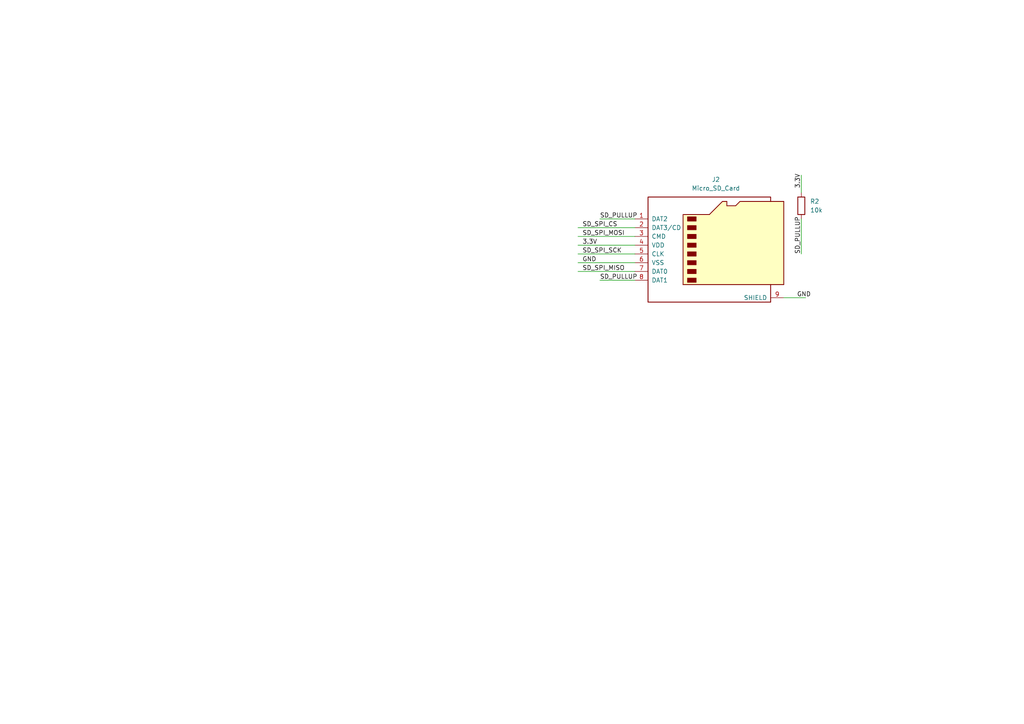
<source format=kicad_sch>
(kicad_sch
	(version 20231120)
	(generator "eeschema")
	(generator_version "8.0")
	(uuid "bd616922-7efe-4c10-a88b-b3f9411afd3a")
	(paper "A4")
	(lib_symbols
		(symbol "Connector:Micro_SD_Card"
			(pin_names
				(offset 1.016)
			)
			(exclude_from_sim no)
			(in_bom yes)
			(on_board yes)
			(property "Reference" "J"
				(at -16.51 15.24 0)
				(effects
					(font
						(size 1.27 1.27)
					)
				)
			)
			(property "Value" "Micro_SD_Card"
				(at 16.51 15.24 0)
				(effects
					(font
						(size 1.27 1.27)
					)
					(justify right)
				)
			)
			(property "Footprint" ""
				(at 29.21 7.62 0)
				(effects
					(font
						(size 1.27 1.27)
					)
					(hide yes)
				)
			)
			(property "Datasheet" "http://katalog.we-online.de/em/datasheet/693072010801.pdf"
				(at 0 0 0)
				(effects
					(font
						(size 1.27 1.27)
					)
					(hide yes)
				)
			)
			(property "Description" "Micro SD Card Socket"
				(at 0 0 0)
				(effects
					(font
						(size 1.27 1.27)
					)
					(hide yes)
				)
			)
			(property "ki_keywords" "connector SD microsd"
				(at 0 0 0)
				(effects
					(font
						(size 1.27 1.27)
					)
					(hide yes)
				)
			)
			(property "ki_fp_filters" "microSD*"
				(at 0 0 0)
				(effects
					(font
						(size 1.27 1.27)
					)
					(hide yes)
				)
			)
			(symbol "Micro_SD_Card_0_1"
				(rectangle
					(start -7.62 -9.525)
					(end -5.08 -10.795)
					(stroke
						(width 0)
						(type default)
					)
					(fill
						(type outline)
					)
				)
				(rectangle
					(start -7.62 -6.985)
					(end -5.08 -8.255)
					(stroke
						(width 0)
						(type default)
					)
					(fill
						(type outline)
					)
				)
				(rectangle
					(start -7.62 -4.445)
					(end -5.08 -5.715)
					(stroke
						(width 0)
						(type default)
					)
					(fill
						(type outline)
					)
				)
				(rectangle
					(start -7.62 -1.905)
					(end -5.08 -3.175)
					(stroke
						(width 0)
						(type default)
					)
					(fill
						(type outline)
					)
				)
				(rectangle
					(start -7.62 0.635)
					(end -5.08 -0.635)
					(stroke
						(width 0)
						(type default)
					)
					(fill
						(type outline)
					)
				)
				(rectangle
					(start -7.62 3.175)
					(end -5.08 1.905)
					(stroke
						(width 0)
						(type default)
					)
					(fill
						(type outline)
					)
				)
				(rectangle
					(start -7.62 5.715)
					(end -5.08 4.445)
					(stroke
						(width 0)
						(type default)
					)
					(fill
						(type outline)
					)
				)
				(rectangle
					(start -7.62 8.255)
					(end -5.08 6.985)
					(stroke
						(width 0)
						(type default)
					)
					(fill
						(type outline)
					)
				)
				(polyline
					(pts
						(xy 16.51 12.7) (xy 16.51 13.97) (xy -19.05 13.97) (xy -19.05 -16.51) (xy 16.51 -16.51) (xy 16.51 -11.43)
					)
					(stroke
						(width 0.254)
						(type default)
					)
					(fill
						(type none)
					)
				)
				(polyline
					(pts
						(xy -8.89 -11.43) (xy -8.89 8.89) (xy -1.27 8.89) (xy 2.54 12.7) (xy 3.81 12.7) (xy 3.81 11.43)
						(xy 6.35 11.43) (xy 7.62 12.7) (xy 20.32 12.7) (xy 20.32 -11.43) (xy -8.89 -11.43)
					)
					(stroke
						(width 0.254)
						(type default)
					)
					(fill
						(type background)
					)
				)
			)
			(symbol "Micro_SD_Card_1_1"
				(pin bidirectional line
					(at -22.86 7.62 0)
					(length 3.81)
					(name "DAT2"
						(effects
							(font
								(size 1.27 1.27)
							)
						)
					)
					(number "1"
						(effects
							(font
								(size 1.27 1.27)
							)
						)
					)
				)
				(pin bidirectional line
					(at -22.86 5.08 0)
					(length 3.81)
					(name "DAT3/CD"
						(effects
							(font
								(size 1.27 1.27)
							)
						)
					)
					(number "2"
						(effects
							(font
								(size 1.27 1.27)
							)
						)
					)
				)
				(pin input line
					(at -22.86 2.54 0)
					(length 3.81)
					(name "CMD"
						(effects
							(font
								(size 1.27 1.27)
							)
						)
					)
					(number "3"
						(effects
							(font
								(size 1.27 1.27)
							)
						)
					)
				)
				(pin power_in line
					(at -22.86 0 0)
					(length 3.81)
					(name "VDD"
						(effects
							(font
								(size 1.27 1.27)
							)
						)
					)
					(number "4"
						(effects
							(font
								(size 1.27 1.27)
							)
						)
					)
				)
				(pin input line
					(at -22.86 -2.54 0)
					(length 3.81)
					(name "CLK"
						(effects
							(font
								(size 1.27 1.27)
							)
						)
					)
					(number "5"
						(effects
							(font
								(size 1.27 1.27)
							)
						)
					)
				)
				(pin power_in line
					(at -22.86 -5.08 0)
					(length 3.81)
					(name "VSS"
						(effects
							(font
								(size 1.27 1.27)
							)
						)
					)
					(number "6"
						(effects
							(font
								(size 1.27 1.27)
							)
						)
					)
				)
				(pin bidirectional line
					(at -22.86 -7.62 0)
					(length 3.81)
					(name "DAT0"
						(effects
							(font
								(size 1.27 1.27)
							)
						)
					)
					(number "7"
						(effects
							(font
								(size 1.27 1.27)
							)
						)
					)
				)
				(pin bidirectional line
					(at -22.86 -10.16 0)
					(length 3.81)
					(name "DAT1"
						(effects
							(font
								(size 1.27 1.27)
							)
						)
					)
					(number "8"
						(effects
							(font
								(size 1.27 1.27)
							)
						)
					)
				)
				(pin passive line
					(at 20.32 -15.24 180)
					(length 3.81)
					(name "SHIELD"
						(effects
							(font
								(size 1.27 1.27)
							)
						)
					)
					(number "9"
						(effects
							(font
								(size 1.27 1.27)
							)
						)
					)
				)
			)
		)
		(symbol "Device:R"
			(pin_numbers hide)
			(pin_names
				(offset 0)
			)
			(exclude_from_sim no)
			(in_bom yes)
			(on_board yes)
			(property "Reference" "R"
				(at 2.032 0 90)
				(effects
					(font
						(size 1.27 1.27)
					)
				)
			)
			(property "Value" "R"
				(at 0 0 90)
				(effects
					(font
						(size 1.27 1.27)
					)
				)
			)
			(property "Footprint" ""
				(at -1.778 0 90)
				(effects
					(font
						(size 1.27 1.27)
					)
					(hide yes)
				)
			)
			(property "Datasheet" "~"
				(at 0 0 0)
				(effects
					(font
						(size 1.27 1.27)
					)
					(hide yes)
				)
			)
			(property "Description" "Resistor"
				(at 0 0 0)
				(effects
					(font
						(size 1.27 1.27)
					)
					(hide yes)
				)
			)
			(property "ki_keywords" "R res resistor"
				(at 0 0 0)
				(effects
					(font
						(size 1.27 1.27)
					)
					(hide yes)
				)
			)
			(property "ki_fp_filters" "R_*"
				(at 0 0 0)
				(effects
					(font
						(size 1.27 1.27)
					)
					(hide yes)
				)
			)
			(symbol "R_0_1"
				(rectangle
					(start -1.016 -2.54)
					(end 1.016 2.54)
					(stroke
						(width 0.254)
						(type default)
					)
					(fill
						(type none)
					)
				)
			)
			(symbol "R_1_1"
				(pin passive line
					(at 0 3.81 270)
					(length 1.27)
					(name "~"
						(effects
							(font
								(size 1.27 1.27)
							)
						)
					)
					(number "1"
						(effects
							(font
								(size 1.27 1.27)
							)
						)
					)
				)
				(pin passive line
					(at 0 -3.81 90)
					(length 1.27)
					(name "~"
						(effects
							(font
								(size 1.27 1.27)
							)
						)
					)
					(number "2"
						(effects
							(font
								(size 1.27 1.27)
							)
						)
					)
				)
			)
		)
	)
	(wire
		(pts
			(xy 232.41 63.5) (xy 232.41 73.66)
		)
		(stroke
			(width 0)
			(type default)
		)
		(uuid "1d277cc7-e31b-47d3-9101-693ca49d5a28")
	)
	(wire
		(pts
			(xy 167.64 73.66) (xy 184.15 73.66)
		)
		(stroke
			(width 0)
			(type default)
		)
		(uuid "47a81f54-e9cc-408a-8484-40f71218b055")
	)
	(wire
		(pts
			(xy 167.64 71.12) (xy 184.15 71.12)
		)
		(stroke
			(width 0)
			(type default)
		)
		(uuid "6adeb40e-93cc-4892-8f32-63ebc3599a94")
	)
	(wire
		(pts
			(xy 167.64 78.74) (xy 184.15 78.74)
		)
		(stroke
			(width 0)
			(type default)
		)
		(uuid "b333d631-e1db-4f0d-97fe-07ae7cae5ad8")
	)
	(wire
		(pts
			(xy 167.64 68.58) (xy 184.15 68.58)
		)
		(stroke
			(width 0)
			(type default)
		)
		(uuid "b4b2d926-cb4a-47c4-9cd4-2bfb65810c84")
	)
	(wire
		(pts
			(xy 173.99 81.28) (xy 184.15 81.28)
		)
		(stroke
			(width 0)
			(type default)
		)
		(uuid "eb6802a1-8a42-48ed-91b1-7b8de8bd5a81")
	)
	(wire
		(pts
			(xy 232.41 50.8) (xy 232.41 55.88)
		)
		(stroke
			(width 0)
			(type default)
		)
		(uuid "f0bf8145-896b-41cd-aecd-7a47fd96cdde")
	)
	(wire
		(pts
			(xy 167.64 66.04) (xy 184.15 66.04)
		)
		(stroke
			(width 0)
			(type default)
		)
		(uuid "f6ffd368-8a93-4af3-aae9-0b25f8328962")
	)
	(wire
		(pts
			(xy 173.99 63.5) (xy 184.15 63.5)
		)
		(stroke
			(width 0)
			(type default)
		)
		(uuid "fa158abb-aa8b-47c5-836e-907518d976f5")
	)
	(wire
		(pts
			(xy 167.64 76.2) (xy 184.15 76.2)
		)
		(stroke
			(width 0)
			(type default)
		)
		(uuid "fb93b3bd-dea7-4609-b56b-1ee8bb87be02")
	)
	(wire
		(pts
			(xy 227.33 86.36) (xy 233.68 86.36)
		)
		(stroke
			(width 0)
			(type default)
		)
		(uuid "fd80b06b-798d-4502-b975-8871edd61616")
	)
	(label "SD_SPI_CS"
		(at 168.91 66.04 0)
		(fields_autoplaced yes)
		(effects
			(font
				(size 1.27 1.27)
			)
			(justify left bottom)
		)
		(uuid "08c67069-b2c6-426a-b4ee-171bcc914867")
	)
	(label "SD_PULLUP"
		(at 173.99 81.28 0)
		(fields_autoplaced yes)
		(effects
			(font
				(size 1.27 1.27)
			)
			(justify left bottom)
		)
		(uuid "0b62fc2f-b2cb-42f2-a42f-290fd51d5f11")
	)
	(label "SD_SPI_MISO"
		(at 168.91 78.74 0)
		(fields_autoplaced yes)
		(effects
			(font
				(size 1.27 1.27)
			)
			(justify left bottom)
		)
		(uuid "105f9718-7398-486d-a082-1b35e53e3992")
	)
	(label "SD_SPI_MOSI"
		(at 168.91 68.58 0)
		(fields_autoplaced yes)
		(effects
			(font
				(size 1.27 1.27)
			)
			(justify left bottom)
		)
		(uuid "1cf2f2fd-63f0-4910-8ace-b5ac9d46764f")
	)
	(label "SD_PULLUP"
		(at 232.41 73.66 90)
		(fields_autoplaced yes)
		(effects
			(font
				(size 1.27 1.27)
			)
			(justify left bottom)
		)
		(uuid "3519486c-0edf-487e-ae19-5b9ec1c006b9")
	)
	(label "3.3V"
		(at 168.91 71.12 0)
		(fields_autoplaced yes)
		(effects
			(font
				(size 1.27 1.27)
			)
			(justify left bottom)
		)
		(uuid "47a8bff3-0f9b-4a10-9f82-808f669dae37")
	)
	(label "GND"
		(at 231.14 86.36 0)
		(fields_autoplaced yes)
		(effects
			(font
				(size 1.27 1.27)
			)
			(justify left bottom)
		)
		(uuid "5f419c43-bb03-4a81-9272-b1818aaa51b1")
	)
	(label "3.3V"
		(at 232.41 54.61 90)
		(fields_autoplaced yes)
		(effects
			(font
				(size 1.27 1.27)
			)
			(justify left bottom)
		)
		(uuid "78e8739b-dd1a-4eef-8446-590c7b38a4ad")
	)
	(label "GND"
		(at 168.91 76.2 0)
		(fields_autoplaced yes)
		(effects
			(font
				(size 1.27 1.27)
			)
			(justify left bottom)
		)
		(uuid "bbd9dae8-13ad-4535-b814-ffaeb4b97617")
	)
	(label "SD_SPI_SCK"
		(at 168.91 73.66 0)
		(fields_autoplaced yes)
		(effects
			(font
				(size 1.27 1.27)
			)
			(justify left bottom)
		)
		(uuid "d4e0ee76-5179-4d57-aeed-14b6a3039fe5")
	)
	(label "SD_PULLUP"
		(at 173.99 63.5 0)
		(fields_autoplaced yes)
		(effects
			(font
				(size 1.27 1.27)
			)
			(justify left bottom)
		)
		(uuid "f2c5b276-46c6-4c1a-9c7d-b73bff440bac")
	)
	(symbol
		(lib_id "Connector:Micro_SD_Card")
		(at 207.01 71.12 0)
		(unit 1)
		(exclude_from_sim no)
		(in_bom yes)
		(on_board yes)
		(dnp no)
		(fields_autoplaced yes)
		(uuid "b3e8a953-2c0f-4abf-ac1b-5de33b346774")
		(property "Reference" "J2"
			(at 207.645 52.07 0)
			(effects
				(font
					(size 1.27 1.27)
				)
			)
		)
		(property "Value" "Micro_SD_Card"
			(at 207.645 54.61 0)
			(effects
				(font
					(size 1.27 1.27)
				)
			)
		)
		(property "Footprint" ""
			(at 236.22 63.5 0)
			(effects
				(font
					(size 1.27 1.27)
				)
				(hide yes)
			)
		)
		(property "Datasheet" "http://katalog.we-online.de/em/datasheet/693072010801.pdf"
			(at 207.01 71.12 0)
			(effects
				(font
					(size 1.27 1.27)
				)
				(hide yes)
			)
		)
		(property "Description" "Micro SD Card Socket"
			(at 207.01 71.12 0)
			(effects
				(font
					(size 1.27 1.27)
				)
				(hide yes)
			)
		)
		(pin "1"
			(uuid "aeb859c2-bd67-49e0-ac10-d2b03d2d6d69")
		)
		(pin "4"
			(uuid "f321908c-2594-4793-b783-bee6bfed1b55")
		)
		(pin "7"
			(uuid "65b179c3-4874-4c49-bac0-0438df445251")
		)
		(pin "3"
			(uuid "ba58f998-6988-492d-adf1-eee9c70eb919")
		)
		(pin "5"
			(uuid "2213d7ed-8177-4362-a993-28d74f1885e1")
		)
		(pin "2"
			(uuid "97a42c29-0aac-4858-aa0a-3d1374605cc5")
		)
		(pin "6"
			(uuid "61de9509-637d-434b-8b24-a04cfd76f02f")
		)
		(pin "8"
			(uuid "1e55412e-db69-4087-9ff5-7abba38657e2")
		)
		(pin "9"
			(uuid "daa2fdc7-bcf1-48f3-bdb6-66bd1c59c643")
		)
		(instances
			(project "sbc"
				(path "/9328a39f-e46f-4e23-a67b-f837d10a1254/c62b2561-e816-4d42-bcad-0eb294abcbae"
					(reference "J2")
					(unit 1)
				)
			)
		)
	)
	(symbol
		(lib_id "Device:R")
		(at 232.41 59.69 0)
		(unit 1)
		(exclude_from_sim no)
		(in_bom yes)
		(on_board yes)
		(dnp no)
		(fields_autoplaced yes)
		(uuid "ea8139f0-36b6-469a-aa9b-5fc4c608f99b")
		(property "Reference" "R2"
			(at 234.95 58.4199 0)
			(effects
				(font
					(size 1.27 1.27)
				)
				(justify left)
			)
		)
		(property "Value" "10k"
			(at 234.95 60.9599 0)
			(effects
				(font
					(size 1.27 1.27)
				)
				(justify left)
			)
		)
		(property "Footprint" ""
			(at 230.632 59.69 90)
			(effects
				(font
					(size 1.27 1.27)
				)
				(hide yes)
			)
		)
		(property "Datasheet" "~"
			(at 232.41 59.69 0)
			(effects
				(font
					(size 1.27 1.27)
				)
				(hide yes)
			)
		)
		(property "Description" "Resistor"
			(at 232.41 59.69 0)
			(effects
				(font
					(size 1.27 1.27)
				)
				(hide yes)
			)
		)
		(pin "1"
			(uuid "84ea4389-9243-4296-bfc1-ebc2ece0bbc5")
		)
		(pin "2"
			(uuid "899d8e64-27bc-4c35-9cd7-e2c2c109a0bb")
		)
		(instances
			(project "sbc"
				(path "/9328a39f-e46f-4e23-a67b-f837d10a1254/c62b2561-e816-4d42-bcad-0eb294abcbae"
					(reference "R2")
					(unit 1)
				)
			)
		)
	)
)

</source>
